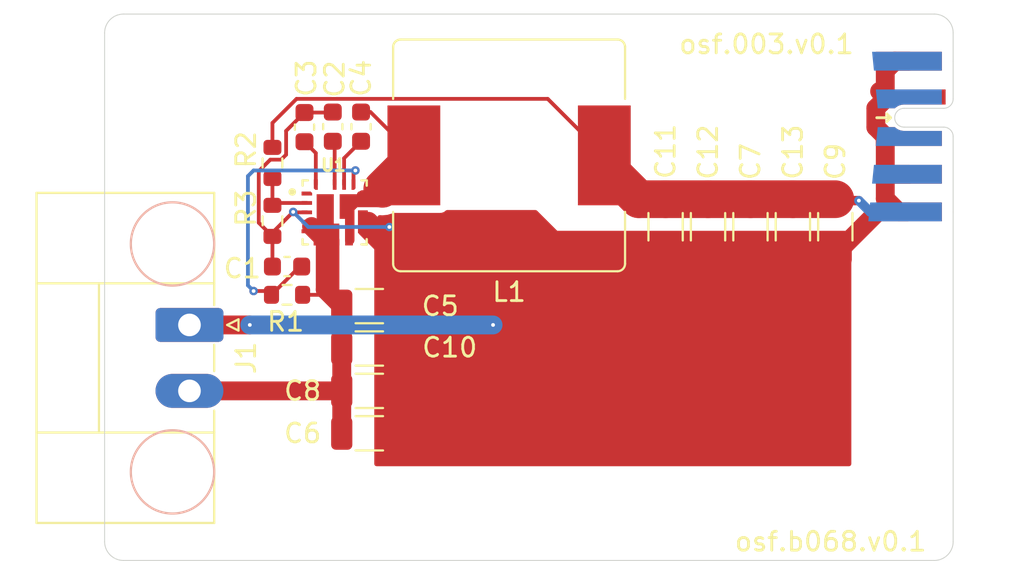
<source format=kicad_pcb>
(kicad_pcb (version 20171130) (host pcbnew "(5.1.10)-1")

  (general
    (thickness 1.6)
    (drawings 11)
    (tracks 109)
    (zones 0)
    (modules 20)
    (nets 10)
  )

  (page A4)
  (layers
    (0 F.Cu signal)
    (31 B.Cu signal)
    (32 B.Adhes user)
    (33 F.Adhes user)
    (34 B.Paste user)
    (35 F.Paste user)
    (36 B.SilkS user)
    (37 F.SilkS user)
    (38 B.Mask user)
    (39 F.Mask user)
    (40 Dwgs.User user)
    (41 Cmts.User user)
    (42 Eco1.User user)
    (43 Eco2.User user)
    (44 Edge.Cuts user)
    (45 Margin user)
    (46 B.CrtYd user)
    (47 F.CrtYd user)
    (48 B.Fab user)
    (49 F.Fab user)
  )

  (setup
    (last_trace_width 0.2)
    (user_trace_width 0.2)
    (user_trace_width 0.5)
    (user_trace_width 1)
    (user_trace_width 2)
    (trace_clearance 0.15)
    (zone_clearance 0.4)
    (zone_45_only no)
    (trace_min 0.15)
    (via_size 0.45)
    (via_drill 0.2)
    (via_min_size 0.45)
    (via_min_drill 0.2)
    (uvia_size 0.3)
    (uvia_drill 0.1)
    (uvias_allowed no)
    (uvia_min_size 0.2)
    (uvia_min_drill 0.1)
    (edge_width 0.05)
    (segment_width 0.2)
    (pcb_text_width 0.3)
    (pcb_text_size 1.5 1.5)
    (mod_edge_width 0.12)
    (mod_text_size 1 1)
    (mod_text_width 0.15)
    (pad_size 1.524 1.524)
    (pad_drill 0.762)
    (pad_to_mask_clearance 0.04)
    (solder_mask_min_width 0.1)
    (aux_axis_origin 0 0)
    (visible_elements 7FFFFFFF)
    (pcbplotparams
      (layerselection 0x010fc_ffffffff)
      (usegerberextensions false)
      (usegerberattributes false)
      (usegerberadvancedattributes false)
      (creategerberjobfile false)
      (excludeedgelayer true)
      (linewidth 0.100000)
      (plotframeref false)
      (viasonmask false)
      (mode 1)
      (useauxorigin false)
      (hpglpennumber 1)
      (hpglpenspeed 20)
      (hpglpendiameter 15.000000)
      (psnegative false)
      (psa4output false)
      (plotreference true)
      (plotvalue true)
      (plotinvisibletext false)
      (padsonsilk false)
      (subtractmaskfromsilk false)
      (outputformat 1)
      (mirror false)
      (drillshape 0)
      (scaleselection 1)
      (outputdirectory "gerber"))
  )

  (net 0 "")
  (net 1 "Net-(C1-Pad1)")
  (net 2 "Net-(C2-Pad1)")
  (net 3 "Net-(C3-Pad1)")
  (net 4 "Net-(C4-Pad2)")
  (net 5 "Net-(C4-Pad1)")
  (net 6 /DCDC/IN)
  (net 7 /DCDC/5V)
  (net 8 GND)
  (net 9 "Net-(R2-Pad2)")

  (net_class Default "This is the default net class."
    (clearance 0.15)
    (trace_width 0.15)
    (via_dia 0.45)
    (via_drill 0.2)
    (uvia_dia 0.3)
    (uvia_drill 0.1)
    (add_net /DCDC/5V)
    (add_net /DCDC/IN)
    (add_net GND)
    (add_net "Net-(C1-Pad1)")
    (add_net "Net-(C2-Pad1)")
    (add_net "Net-(C3-Pad1)")
    (add_net "Net-(C4-Pad1)")
    (add_net "Net-(C4-Pad2)")
    (add_net "Net-(R2-Pad2)")
  )

  (module Connector_Phoenix_MC:PhoenixContact_MC_1,5_2-GF-3.5_1x02_P3.50mm_Horizontal_ThreadedFlange_MountHole (layer F.Cu) (tedit 5B784ED0) (tstamp 61966EDB)
    (at 81.5 90.5 270)
    (descr "Generic Phoenix Contact connector footprint for: MC_1,5/2-GF-3.5; number of pins: 02; pin pitch: 3.50mm; Angled; threaded flange; footprint includes mount hole for mounting screw: ISO 1481-ST 2.2x4.5 C or ISO 7049-ST 2.2x4.5 C (http://www.fasteners.eu/standards/ISO/7049/) || order number: 1843790 8A 160V")
    (tags "phoenix_contact connector MC_01x02_GF_3.5mm_MH")
    (path /6195775F)
    (fp_text reference J1 (at 1.75 -3 90) (layer F.SilkS)
      (effects (font (size 1 1) (thickness 0.15)))
    )
    (fp_text value Screw_Terminal_01x02 (at 1.75 9.2 90) (layer F.Fab)
      (effects (font (size 1 1) (thickness 0.15)))
    )
    (fp_text user %R (at 1.75 -0.5 90) (layer F.Fab)
      (effects (font (size 1 1) (thickness 0.15)))
    )
    (fp_circle (center -4.3 0.9) (end -2.09 0.9) (layer B.SilkS) (width 0.12))
    (fp_circle (center 7.8 0.9) (end 10.01 0.9) (layer B.SilkS) (width 0.12))
    (fp_circle (center 7.8 0.9) (end 9.9 0.9) (layer B.Fab) (width 0.1))
    (fp_circle (center -4.3 0.9) (end -2.2 0.9) (layer B.Fab) (width 0.1))
    (fp_circle (center 7.8 0.9) (end 10.4 0.9) (layer B.CrtYd) (width 0.05))
    (fp_circle (center -4.3 0.9) (end -1.7 0.9) (layer B.CrtYd) (width 0.05))
    (fp_line (start -7.01 -1.31) (end -7.01 8.11) (layer F.SilkS) (width 0.12))
    (fp_line (start -7.01 8.11) (end 10.51 8.11) (layer F.SilkS) (width 0.12))
    (fp_line (start 10.51 8.11) (end 10.51 -1.31) (layer F.SilkS) (width 0.12))
    (fp_line (start -7.01 -1.31) (end -1.05 -1.31) (layer F.SilkS) (width 0.12))
    (fp_line (start 10.51 -1.31) (end 4.55 -1.31) (layer F.SilkS) (width 0.12))
    (fp_line (start 1.05 -1.31) (end 2.45 -1.31) (layer F.SilkS) (width 0.12))
    (fp_line (start -6.9 -1.2) (end -6.9 8) (layer F.Fab) (width 0.1))
    (fp_line (start -6.9 8) (end 10.4 8) (layer F.Fab) (width 0.1))
    (fp_line (start 10.4 8) (end 10.4 -1.2) (layer F.Fab) (width 0.1))
    (fp_line (start 10.4 -1.2) (end -6.9 -1.2) (layer F.Fab) (width 0.1))
    (fp_line (start -2.21 4.8) (end 5.71 4.8) (layer F.SilkS) (width 0.12))
    (fp_line (start -2.21 -1.31) (end -2.21 8.11) (layer F.SilkS) (width 0.12))
    (fp_line (start 5.71 -1.31) (end 5.71 8.11) (layer F.SilkS) (width 0.12))
    (fp_line (start -7.51 -2.3) (end -7.51 8.5) (layer F.CrtYd) (width 0.05))
    (fp_line (start -7.51 8.5) (end 10.9 8.5) (layer F.CrtYd) (width 0.05))
    (fp_line (start 10.9 8.5) (end 10.9 -2.3) (layer F.CrtYd) (width 0.05))
    (fp_line (start 10.9 -2.3) (end -7.51 -2.3) (layer F.CrtYd) (width 0.05))
    (fp_line (start 0.3 -2.6) (end 0 -2) (layer F.SilkS) (width 0.12))
    (fp_line (start 0 -2) (end -0.3 -2.6) (layer F.SilkS) (width 0.12))
    (fp_line (start -0.3 -2.6) (end 0.3 -2.6) (layer F.SilkS) (width 0.12))
    (fp_line (start 0.8 -1.2) (end 0 0) (layer F.Fab) (width 0.1))
    (fp_line (start 0 0) (end -0.8 -1.2) (layer F.Fab) (width 0.1))
    (pad "" np_thru_hole circle (at 7.8 0.9 270) (size 2.4 2.4) (drill 2.4) (layers *.Cu *.Mask))
    (pad "" np_thru_hole circle (at -4.3 0.9 270) (size 2.4 2.4) (drill 2.4) (layers *.Cu *.Mask))
    (pad 2 thru_hole oval (at 3.5 0 270) (size 1.8 3.6) (drill 1.2) (layers *.Cu *.Mask)
      (net 6 /DCDC/IN))
    (pad 1 thru_hole roundrect (at 0 0 270) (size 1.8 3.6) (drill 1.2) (layers *.Cu *.Mask) (roundrect_rratio 0.138889)
      (net 8 GND))
    (model ${KISYS3DMOD}/Connector_Phoenix_MC.3dshapes/PhoenixContact_MC_1,5_2-GF-3.5_1x02_P3.50mm_Horizontal_ThreadedFlange_MountHole.wrl
      (at (xyz 0 0 0))
      (scale (xyz 1 1 1))
      (rotate (xyz 0 0 0))
    )
  )

  (module board:IC_AOZ2153EQI-30 (layer F.Cu) (tedit 61951B1F) (tstamp 61966F91)
    (at 89.2 84.525)
    (path /61955404/6195AE1A)
    (fp_text reference U1 (at -0.068 -2.5064) (layer F.SilkS)
      (effects (font (size 0.64 0.64) (thickness 0.15)))
    )
    (fp_text value AOZ2152EQI-28 (at 4.4024 2.4936) (layer F.Fab)
      (effects (font (size 0.64 0.64) (thickness 0.15)))
    )
    (fp_line (start -1.5 -1.5) (end 1.5 -1.5) (layer F.Fab) (width 0.127))
    (fp_line (start 1.5 -1.5) (end 1.5 1.5) (layer F.Fab) (width 0.127))
    (fp_line (start 1.5 1.5) (end -1.5 1.5) (layer F.Fab) (width 0.127))
    (fp_line (start -1.5 1.5) (end -1.5 -1.5) (layer F.Fab) (width 0.127))
    (fp_line (start -1.7 -1.42) (end -1.7 -1.7) (layer F.SilkS) (width 0.127))
    (fp_line (start -1.7 -1.7) (end -1.42 -1.7) (layer F.SilkS) (width 0.127))
    (fp_line (start 1.7 -1.42) (end 1.7 -1.7) (layer F.SilkS) (width 0.127))
    (fp_line (start 1.7 -1.7) (end 1.42 -1.7) (layer F.SilkS) (width 0.127))
    (fp_line (start -1.7 1.42) (end -1.7 1.7) (layer F.SilkS) (width 0.127))
    (fp_line (start -1.7 1.7) (end -1.42 1.7) (layer F.SilkS) (width 0.127))
    (fp_line (start 1.42 1.7) (end 1.7 1.7) (layer F.SilkS) (width 0.127))
    (fp_line (start 1.7 1.7) (end 1.7 1.42) (layer F.SilkS) (width 0.127))
    (fp_line (start -2 -2) (end -2 2) (layer F.CrtYd) (width 0.05))
    (fp_line (start -2 2) (end 2 2) (layer F.CrtYd) (width 0.05))
    (fp_line (start 2 2) (end 2 -2) (layer F.CrtYd) (width 0.05))
    (fp_line (start 2 -2) (end -2 -2) (layer F.CrtYd) (width 0.05))
    (fp_circle (center -2.25 -1.085) (end -2.15 -1.085) (layer F.SilkS) (width 0.2))
    (fp_poly (pts (xy 0.05 -1.06) (xy -1.05 -1.06) (xy -1.05 0.3) (xy -1.85 0.3)
      (xy -1.85 0.7) (xy -1.21 0.7) (xy -1.21 0.8) (xy -1.85 0.8)
      (xy -1.85 1.2) (xy -1.21 1.2) (xy -1.21 1.85) (xy 0.34 1.85)
      (xy 0.34 0.5) (xy 0.05 0.5)) (layer F.Mask) (width 0.01))
    (fp_poly (pts (xy 0.46 1.85) (xy 0.46 0.44) (xy 0.17 0.44) (xy 0.17 -1.06)
      (xy 1.1 -1.06) (xy 1.85 -1.06) (xy 1.85 -0.3) (xy 1.06 -0.3)
      (xy 1.06 1.85)) (layer F.Mask) (width 0.01))
    (fp_poly (pts (xy 1.14 -0.2) (xy 1.85 -0.2) (xy 1.85 1.2) (xy 1.14 1.2)) (layer F.Mask) (width 0.01))
    (fp_poly (pts (xy -0.753 -0.763) (xy -0.247 -0.763) (xy -0.247 0.203) (xy -0.753 0.203)) (layer F.Paste) (width 0.01))
    (fp_poly (pts (xy -0.965 0.729) (xy 0.095 0.729) (xy 0.095 1.071) (xy -0.965 1.071)) (layer F.Paste) (width 0.01))
    (fp_poly (pts (xy 0.657 0.437) (xy 0.863 0.437) (xy 0.863 1.103) (xy 0.657 1.103)) (layer F.Paste) (width 0.01))
    (fp_poly (pts (xy 0.43 -0.8) (xy 0.43 0.18) (xy 0.8 0.18) (xy 0.8 -0.8)
      (xy 0.6 -0.8)) (layer F.Paste) (width 0.01))
    (fp_circle (center -2.25 -1.085) (end -2.15 -1.085) (layer F.Fab) (width 0.2))
    (fp_poly (pts (xy 1.2 -0.9) (xy 1.75 -0.9) (xy 1.75 -1.1) (xy 1.275 -1.1)
      (xy 1.2 -1.025)) (layer F.Paste) (width 0.01))
    (fp_poly (pts (xy -1.75 -1.1) (xy -1.75 -0.9) (xy -1.2 -0.9) (xy -1.2 -1.025)
      (xy -1.275 -1.1)) (layer F.Paste) (width 0.01))
    (fp_poly (pts (xy -1.1 -1.75) (xy -0.9 -1.75) (xy -0.9 -1.2) (xy -1.025 -1.2)
      (xy -1.1 -1.275)) (layer F.Paste) (width 0.01))
    (fp_poly (pts (xy 0.9 -1.75) (xy 1.1 -1.75) (xy 1.1 -1.275) (xy 1.025 -1.2)
      (xy 0.9 -1.2)) (layer F.Paste) (width 0.01))
    (fp_poly (pts (xy -1.85 -1.2) (xy -1.85 -0.8) (xy -1.1 -0.8) (xy -1.1 -1.075)
      (xy -1.225 -1.2)) (layer F.Mask) (width 0.01))
    (fp_poly (pts (xy -1.2 -1.85) (xy -0.8 -1.85) (xy -0.8 -1.1) (xy -1.05 -1.1)
      (xy -1.2 -1.25)) (layer F.Mask) (width 0.01))
    (fp_poly (pts (xy 0.8 -1.85) (xy 1.2 -1.85) (xy 1.2 -1.225) (xy 1.075 -1.1)
      (xy 0.8 -1.1)) (layer F.Mask) (width 0.01))
    (fp_poly (pts (xy 1.85 -1.075) (xy 1.85 -1.2) (xy 1.225 -1.2) (xy 1.1 -1.075)
      (xy 1.1 -0.9) (xy 1.85 -0.9)) (layer F.Mask) (width 0.01))
    (pad 15 smd custom (at 1 -1.475) (size 0.2 0.2) (layers F.Cu)
      (net 1 "Net-(C1-Pad1)") (zone_connect 0)
      (options (clearance outline) (anchor rect))
      (primitives
        (gr_poly (pts
           (xy -0.1 -0.275) (xy 0.1 -0.275) (xy 0.1 0.2) (xy 0.025 0.275) (xy -0.1 0.275)
) (width 0.01))
      ))
    (pad 16 smd rect (at 0.5 -1.475) (size 0.2 0.55) (layers F.Cu F.Paste F.Mask)
      (net 5 "Net-(C4-Pad1)"))
    (pad 17 smd rect (at 0 -1.475) (size 0.2 0.55) (layers F.Cu F.Paste F.Mask)
      (net 2 "Net-(C2-Pad1)"))
    (pad 18 smd custom (at -1 -1.475) (size 0.2 0.2) (layers F.Cu)
      (net 3 "Net-(C3-Pad1)") (zone_connect 0)
      (options (clearance outline) (anchor rect))
      (primitives
        (gr_poly (pts
           (xy -0.1 -0.275) (xy 0.1 -0.275) (xy 0.1 0.275) (xy -0.025 0.275) (xy -0.1 0.2)
) (width 0.01))
      ))
    (pad 14 smd custom (at 1.475 -1) (size 0.2 0.2) (layers F.Cu)
      (net 4 "Net-(C4-Pad2)") (zone_connect 0)
      (options (clearance outline) (anchor rect))
      (primitives
        (gr_poly (pts
           (xy 0.275 0.04) (xy 0.275 -0.1) (xy -0.2 -0.1) (xy -0.275 -0.025) (xy -0.275 0.04)
) (width 0.01))
      ))
    (pad 13 smd rect (at 1.475 -0.5) (size 0.55 0.2) (layers F.Cu F.Paste)
      (net 4 "Net-(C4-Pad2)"))
    (pad 12 smd rect (at 1.495 0) (size 0.51 0.2) (layers F.Cu F.Paste)
      (net 8 GND))
    (pad 11 smd rect (at 1.495 0.5) (size 0.51 0.2) (layers F.Cu F.Paste)
      (net 8 GND))
    (pad 10 smd custom (at 1.495 1) (size 0.51 0.2) (layers F.Cu F.Paste)
      (net 8 GND) (zone_connect 0)
      (options (clearance outline) (anchor rect))
      (primitives
        (gr_poly (pts
           (xy -0.255 -1.1) (xy 0.255 -1.1) (xy 0.255 0.1) (xy -0.255 0.1)) (width 0.01))
      ))
    (pad 9 smd custom (at 0.8 1.475) (size 0.2 0.55) (layers F.Cu F.Paste)
      (net 4 "Net-(C4-Pad2)") (zone_connect 0)
      (options (clearance outline) (anchor rect))
      (primitives
        (gr_poly (pts
           (xy -0.24 0.275) (xy -0.24 -1.135) (xy -0.53 -1.135) (xy -0.53 -2.435) (xy 0.4 -2.435)
           (xy 0.95 -2.435) (xy 0.95 -1.875) (xy 0.16 -1.875) (xy 0.16 0.275)) (width 0.01))
      ))
    (pad 8 smd rect (at 0 1.475) (size 0.2 0.55) (layers F.Cu F.Paste)
      (net 6 /DCDC/IN))
    (pad 7 smd rect (at -0.5 1.475) (size 0.2 0.55) (layers F.Cu F.Paste)
      (net 6 /DCDC/IN))
    (pad 6 smd rect (at -1 1.475) (size 0.2 0.55) (layers F.Cu F.Paste)
      (net 6 /DCDC/IN))
    (pad 5 smd rect (at -1.475 1) (size 0.55 0.2) (layers F.Cu F.Paste)
      (net 6 /DCDC/IN))
    (pad 4 smd custom (at -1.475 0.5) (size 0.55 0.2) (layers F.Cu F.Paste)
      (net 6 /DCDC/IN) (zone_connect 0)
      (options (clearance outline) (anchor rect))
      (primitives
        (gr_poly (pts
           (xy 1.425 -1.46) (xy 0.525 -1.46) (xy 0.525 -0.1) (xy -0.275 -0.1) (xy -0.275 0.1)
           (xy 0.365 0.1) (xy 0.365 0.4) (xy -0.275 0.4) (xy -0.275 0.6) (xy 0.365 0.6)
           (xy 0.365 1.25) (xy 1.715 1.25) (xy 1.715 0.1) (xy 1.425 0.1)) (width 0.01))
      ))
    (pad 3 smd rect (at -1.475 0) (size 0.55 0.2) (layers F.Cu F.Paste F.Mask)
      (net 8 GND))
    (pad 2 smd rect (at -1.475 -0.5) (size 0.55 0.2) (layers F.Cu F.Paste F.Mask)
      (net 9 "Net-(R2-Pad2)"))
    (pad 1 smd custom (at -1.475 -1) (size 0.2 0.2) (layers F.Cu)
      (zone_connect 0)
      (options (clearance outline) (anchor rect))
      (primitives
        (gr_poly (pts
           (xy -0.275 -0.1) (xy -0.275 0.1) (xy 0.275 0.1) (xy 0.275 -0.025) (xy 0.2 -0.1)
) (width 0.01))
      ))
  )

  (module Resistor_SMD:R_0603_1608Metric (layer F.Cu) (tedit 5F68FEEE) (tstamp 61966F5A)
    (at 85.9 84.975 270)
    (descr "Resistor SMD 0603 (1608 Metric), square (rectangular) end terminal, IPC_7351 nominal, (Body size source: IPC-SM-782 page 72, https://www.pcb-3d.com/wordpress/wp-content/uploads/ipc-sm-782a_amendment_1_and_2.pdf), generated with kicad-footprint-generator")
    (tags resistor)
    (path /61955404/61962967)
    (attr smd)
    (fp_text reference R3 (at -0.675 1.4 90) (layer F.SilkS)
      (effects (font (size 1 1) (thickness 0.15)))
    )
    (fp_text value 10k (at 0 1.43 90) (layer F.Fab)
      (effects (font (size 1 1) (thickness 0.15)))
    )
    (fp_text user %R (at 0 0 90) (layer F.Fab)
      (effects (font (size 0.4 0.4) (thickness 0.06)))
    )
    (fp_line (start -0.8 0.4125) (end -0.8 -0.4125) (layer F.Fab) (width 0.1))
    (fp_line (start -0.8 -0.4125) (end 0.8 -0.4125) (layer F.Fab) (width 0.1))
    (fp_line (start 0.8 -0.4125) (end 0.8 0.4125) (layer F.Fab) (width 0.1))
    (fp_line (start 0.8 0.4125) (end -0.8 0.4125) (layer F.Fab) (width 0.1))
    (fp_line (start -0.237258 -0.5225) (end 0.237258 -0.5225) (layer F.SilkS) (width 0.12))
    (fp_line (start -0.237258 0.5225) (end 0.237258 0.5225) (layer F.SilkS) (width 0.12))
    (fp_line (start -1.48 0.73) (end -1.48 -0.73) (layer F.CrtYd) (width 0.05))
    (fp_line (start -1.48 -0.73) (end 1.48 -0.73) (layer F.CrtYd) (width 0.05))
    (fp_line (start 1.48 -0.73) (end 1.48 0.73) (layer F.CrtYd) (width 0.05))
    (fp_line (start 1.48 0.73) (end -1.48 0.73) (layer F.CrtYd) (width 0.05))
    (pad 2 smd roundrect (at 0.825 0 270) (size 0.8 0.95) (layers F.Cu F.Paste F.Mask) (roundrect_rratio 0.25)
      (net 8 GND))
    (pad 1 smd roundrect (at -0.825 0 270) (size 0.8 0.95) (layers F.Cu F.Paste F.Mask) (roundrect_rratio 0.25)
      (net 9 "Net-(R2-Pad2)"))
    (model ${KISYS3DMOD}/Resistor_SMD.3dshapes/R_0603_1608Metric.wrl
      (at (xyz 0 0 0))
      (scale (xyz 1 1 1))
      (rotate (xyz 0 0 0))
    )
  )

  (module Resistor_SMD:R_0603_1608Metric (layer F.Cu) (tedit 5F68FEEE) (tstamp 61966F49)
    (at 85.9 81.9 270)
    (descr "Resistor SMD 0603 (1608 Metric), square (rectangular) end terminal, IPC_7351 nominal, (Body size source: IPC-SM-782 page 72, https://www.pcb-3d.com/wordpress/wp-content/uploads/ipc-sm-782a_amendment_1_and_2.pdf), generated with kicad-footprint-generator")
    (tags resistor)
    (path /61955404/61962410)
    (attr smd)
    (fp_text reference R2 (at -0.7 1.4 90) (layer F.SilkS)
      (effects (font (size 1 1) (thickness 0.15)))
    )
    (fp_text value 52.3k (at 0 1.43 90) (layer F.Fab)
      (effects (font (size 1 1) (thickness 0.15)))
    )
    (fp_text user %R (at 0 0 90) (layer F.Fab)
      (effects (font (size 0.4 0.4) (thickness 0.06)))
    )
    (fp_line (start -0.8 0.4125) (end -0.8 -0.4125) (layer F.Fab) (width 0.1))
    (fp_line (start -0.8 -0.4125) (end 0.8 -0.4125) (layer F.Fab) (width 0.1))
    (fp_line (start 0.8 -0.4125) (end 0.8 0.4125) (layer F.Fab) (width 0.1))
    (fp_line (start 0.8 0.4125) (end -0.8 0.4125) (layer F.Fab) (width 0.1))
    (fp_line (start -0.237258 -0.5225) (end 0.237258 -0.5225) (layer F.SilkS) (width 0.12))
    (fp_line (start -0.237258 0.5225) (end 0.237258 0.5225) (layer F.SilkS) (width 0.12))
    (fp_line (start -1.48 0.73) (end -1.48 -0.73) (layer F.CrtYd) (width 0.05))
    (fp_line (start -1.48 -0.73) (end 1.48 -0.73) (layer F.CrtYd) (width 0.05))
    (fp_line (start 1.48 -0.73) (end 1.48 0.73) (layer F.CrtYd) (width 0.05))
    (fp_line (start 1.48 0.73) (end -1.48 0.73) (layer F.CrtYd) (width 0.05))
    (pad 2 smd roundrect (at 0.825 0 270) (size 0.8 0.95) (layers F.Cu F.Paste F.Mask) (roundrect_rratio 0.25)
      (net 9 "Net-(R2-Pad2)"))
    (pad 1 smd roundrect (at -0.825 0 270) (size 0.8 0.95) (layers F.Cu F.Paste F.Mask) (roundrect_rratio 0.25)
      (net 7 /DCDC/5V))
    (model ${KISYS3DMOD}/Resistor_SMD.3dshapes/R_0603_1608Metric.wrl
      (at (xyz 0 0 0))
      (scale (xyz 1 1 1))
      (rotate (xyz 0 0 0))
    )
  )

  (module Resistor_SMD:R_0603_1608Metric (layer F.Cu) (tedit 5F68FEEE) (tstamp 61966F38)
    (at 86.675 88.9 180)
    (descr "Resistor SMD 0603 (1608 Metric), square (rectangular) end terminal, IPC_7351 nominal, (Body size source: IPC-SM-782 page 72, https://www.pcb-3d.com/wordpress/wp-content/uploads/ipc-sm-782a_amendment_1_and_2.pdf), generated with kicad-footprint-generator")
    (tags resistor)
    (path /61955404/6195D4C8)
    (attr smd)
    (fp_text reference R1 (at 0.075 -1.43) (layer F.SilkS)
      (effects (font (size 1 1) (thickness 0.15)))
    )
    (fp_text value 500k (at 0 1.43) (layer F.Fab)
      (effects (font (size 1 1) (thickness 0.15)))
    )
    (fp_text user %R (at 0 0) (layer F.Fab)
      (effects (font (size 0.4 0.4) (thickness 0.06)))
    )
    (fp_line (start -0.8 0.4125) (end -0.8 -0.4125) (layer F.Fab) (width 0.1))
    (fp_line (start -0.8 -0.4125) (end 0.8 -0.4125) (layer F.Fab) (width 0.1))
    (fp_line (start 0.8 -0.4125) (end 0.8 0.4125) (layer F.Fab) (width 0.1))
    (fp_line (start 0.8 0.4125) (end -0.8 0.4125) (layer F.Fab) (width 0.1))
    (fp_line (start -0.237258 -0.5225) (end 0.237258 -0.5225) (layer F.SilkS) (width 0.12))
    (fp_line (start -0.237258 0.5225) (end 0.237258 0.5225) (layer F.SilkS) (width 0.12))
    (fp_line (start -1.48 0.73) (end -1.48 -0.73) (layer F.CrtYd) (width 0.05))
    (fp_line (start -1.48 -0.73) (end 1.48 -0.73) (layer F.CrtYd) (width 0.05))
    (fp_line (start 1.48 -0.73) (end 1.48 0.73) (layer F.CrtYd) (width 0.05))
    (fp_line (start 1.48 0.73) (end -1.48 0.73) (layer F.CrtYd) (width 0.05))
    (pad 2 smd roundrect (at 0.825 0 180) (size 0.8 0.95) (layers F.Cu F.Paste F.Mask) (roundrect_rratio 0.25)
      (net 1 "Net-(C1-Pad1)"))
    (pad 1 smd roundrect (at -0.825 0 180) (size 0.8 0.95) (layers F.Cu F.Paste F.Mask) (roundrect_rratio 0.25)
      (net 6 /DCDC/IN))
    (model ${KISYS3DMOD}/Resistor_SMD.3dshapes/R_0603_1608Metric.wrl
      (at (xyz 0 0 0))
      (scale (xyz 1 1 1))
      (rotate (xyz 0 0 0))
    )
  )

  (module Inductor_SMD:L_Bourns_SRR1210A (layer F.Cu) (tedit 5B853E9E) (tstamp 61966F27)
    (at 98.45 81.5 180)
    (descr "Bourns SRR1210A series SMD inductor https://www.bourns.com/docs/Product-Datasheets/SRR1210A.pdf")
    (tags "Bourns SRR1210A SMD inductor")
    (path /61955404/6196166C)
    (attr smd)
    (fp_text reference L1 (at 0 -7.25) (layer F.SilkS)
      (effects (font (size 1 1) (thickness 0.15)))
    )
    (fp_text value 2.2uH (at 0 7.4) (layer F.Fab)
      (effects (font (size 1 1) (thickness 0.15)))
    )
    (fp_arc (start 5.75 -5.75) (end 6.25 -5.75) (angle -90) (layer F.CrtYd) (width 0.05))
    (fp_arc (start 5.75 5.75) (end 5.75 6.25) (angle -90) (layer F.CrtYd) (width 0.05))
    (fp_arc (start -5.75 5.75) (end -6.25 5.75) (angle -90) (layer F.CrtYd) (width 0.05))
    (fp_arc (start -5.75 -5.75) (end -5.75 -6.25) (angle -90) (layer F.CrtYd) (width 0.05))
    (fp_arc (start 5.75 -5.75) (end 6.15 -5.75) (angle -90) (layer F.SilkS) (width 0.12))
    (fp_arc (start 5.75 5.75) (end 5.75 6.15) (angle -90) (layer F.SilkS) (width 0.12))
    (fp_arc (start -5.75 5.75) (end -6.15 5.75) (angle -90) (layer F.SilkS) (width 0.12))
    (fp_arc (start -5.75 -5.75) (end -5.75 -6.15) (angle -90) (layer F.SilkS) (width 0.12))
    (fp_arc (start -5.75 5.75) (end -6 5.75) (angle -90) (layer F.Fab) (width 0.1))
    (fp_arc (start 5.75 5.75) (end 5.75 6) (angle -90) (layer F.Fab) (width 0.1))
    (fp_arc (start 5.75 -5.75) (end 6 -5.75) (angle -90) (layer F.Fab) (width 0.1))
    (fp_arc (start -5.75 -5.75) (end -5.75 -6) (angle -90) (layer F.Fab) (width 0.1))
    (fp_text user %R (at 0 0) (layer F.Fab)
      (effects (font (size 1 1) (thickness 0.15)))
    )
    (fp_circle (center 0 0) (end 0 -5.6) (layer F.Fab) (width 0.1))
    (fp_line (start -5.75 -6) (end 5.75 -6) (layer F.Fab) (width 0.1))
    (fp_line (start -4 2) (end -4 -2) (layer F.Fab) (width 0.1))
    (fp_line (start -6 -5.75) (end -6 5.75) (layer F.Fab) (width 0.1))
    (fp_line (start 5.75 6) (end -5.75 6) (layer F.Fab) (width 0.1))
    (fp_line (start 6 -5.75) (end 6 5.75) (layer F.Fab) (width 0.1))
    (fp_line (start 4 -2) (end 4 2) (layer F.Fab) (width 0.1))
    (fp_line (start -5.75 -6.15) (end 5.75 -6.15) (layer F.SilkS) (width 0.12))
    (fp_line (start -6.15 -5.75) (end -6.15 -3) (layer F.SilkS) (width 0.12))
    (fp_line (start 5.75 6.15) (end -5.75 6.15) (layer F.SilkS) (width 0.12))
    (fp_line (start 6.15 -5.75) (end 6.15 -3) (layer F.SilkS) (width 0.12))
    (fp_line (start -5.75 -6.25) (end 5.75 -6.25) (layer F.CrtYd) (width 0.05))
    (fp_line (start -6.25 5.75) (end -6.25 2.9) (layer F.CrtYd) (width 0.05))
    (fp_line (start 5.75 6.25) (end -5.75 6.25) (layer F.CrtYd) (width 0.05))
    (fp_line (start 6.25 2.9) (end 6.25 5.75) (layer F.CrtYd) (width 0.05))
    (fp_line (start -6.15 3) (end -6.15 5.75) (layer F.SilkS) (width 0.12))
    (fp_line (start 6.15 3) (end 6.15 5.75) (layer F.SilkS) (width 0.12))
    (fp_line (start 6.7 -2.9) (end 6.25 -2.9) (layer F.CrtYd) (width 0.05))
    (fp_line (start 6.7 -2.9) (end 6.7 2.9) (layer F.CrtYd) (width 0.05))
    (fp_line (start 6.7 2.9) (end 6.25 2.9) (layer F.CrtYd) (width 0.05))
    (fp_line (start 6.25 -5.75) (end 6.25 -2.9) (layer F.CrtYd) (width 0.05))
    (fp_line (start -6.7 -2.9) (end -6.25 -2.9) (layer F.CrtYd) (width 0.05))
    (fp_line (start -6.25 2.9) (end -6.7 2.9) (layer F.CrtYd) (width 0.05))
    (fp_line (start -6.7 -2.9) (end -6.7 2.9) (layer F.CrtYd) (width 0.05))
    (fp_line (start -6.25 -5.75) (end -6.25 -2.9) (layer F.CrtYd) (width 0.05))
    (pad 1 smd rect (at -5.05 0 180) (size 2.8 5.3) (layers F.Cu F.Paste F.Mask)
      (net 7 /DCDC/5V))
    (pad 2 smd rect (at 5.05 0 180) (size 2.8 5.3) (layers F.Cu F.Paste F.Mask)
      (net 4 "Net-(C4-Pad2)"))
    (model ${KISYS3DMOD}/Inductor_SMD.3dshapes/L_Bourns_SRR1210A.wrl
      (at (xyz 0 0 0))
      (scale (xyz 1 1 1))
      (rotate (xyz 0 0 0))
    )
  )

  (module on_edge:on_edge_2x05_host (layer F.Cu) (tedit 607DF692) (tstamp 61966EFB)
    (at 122 80.5 270)
    (path /619550EB)
    (attr virtual)
    (fp_text reference J2 (at 0.05 -3.2 180 unlocked) (layer F.Fab)
      (effects (font (size 0.5 0.5) (thickness 0.125)))
    )
    (fp_text value 003_power (at -1.2 -2 90) (layer F.Fab)
      (effects (font (size 1 1) (thickness 0.15)))
    )
    (fp_arc (start 0 0.5) (end 0 0) (angle -90) (layer Edge.Cuts) (width 0.05))
    (fp_arc (start -2 0.5) (end -1.5 0.5) (angle -90) (layer Edge.Cuts) (width 0.05))
    (fp_arc (start -1 2.6) (end -1.5 2.6) (angle -180) (layer Edge.Cuts) (width 0.05))
    (fp_line (start 5 -0.5) (end 5 5) (layer B.CrtYd) (width 0.05))
    (fp_line (start -5 -0.5) (end 5 -0.5) (layer B.CrtYd) (width 0.05))
    (fp_line (start -5 5) (end -5 -0.5) (layer B.CrtYd) (width 0.05))
    (fp_line (start 5 5) (end -5 5) (layer B.CrtYd) (width 0.05))
    (fp_line (start -5 -0.5) (end -5 5) (layer F.CrtYd) (width 0.05))
    (fp_line (start 5 -0.5) (end -5 -0.5) (layer F.CrtYd) (width 0.05))
    (fp_line (start 5 5) (end 5 -0.5) (layer F.CrtYd) (width 0.05))
    (fp_line (start -5 5) (end 5 5) (layer F.CrtYd) (width 0.05))
    (fp_line (start 0 0) (end 4 0) (layer Edge.Cuts) (width 0.05))
    (fp_line (start -4 0) (end -2 0) (layer Edge.Cuts) (width 0.05))
    (fp_line (start -0.5 2.6) (end -0.5 0.5) (layer Edge.Cuts) (width 0.05))
    (fp_line (start -1.5 0.5) (end -1.5 2.6) (layer Edge.Cuts) (width 0.05))
    (fp_line (start -1 3.323) (end -1.2 3.523) (layer F.SilkS) (width 0.153))
    (fp_line (start -0.8 3.523) (end -1 3.323) (layer F.SilkS) (width 0.153))
    (fp_line (start -1 4.05) (end -1 3.323) (layer F.SilkS) (width 0.153))
    (pad 2 smd custom (at -2 3.6 270) (size 1 1) (layers F.Cu F.Mask)
      (net 8 GND) (zone_connect 0)
      (options (clearance outline) (anchor rect))
      (primitives
        (gr_poly (pts
           (xy 0.3 -0.99) (xy 0.31 -0.88) (xy 0.33 -0.8) (xy 0.35 -0.74) (xy 0.37 -0.69)
           (xy 0.4 -0.64) (xy 0.44 -0.58) (xy 0.48 -0.53) (xy 0.5 -0.51) (xy 0.5 0.5)
           (xy -0.5 0.5) (xy -0.5 -3.2) (xy 0.3 -3.2)) (width 0))
      ))
    (pad 3 smd custom (at 0 3.6 270) (size 1 1) (layers F.Cu F.Mask)
      (net 8 GND) (zone_connect 0)
      (options (clearance outline) (anchor rect))
      (primitives
        (gr_poly (pts
           (xy -0.3 -0.99) (xy -0.31 -0.88) (xy -0.33 -0.8) (xy -0.35 -0.74) (xy -0.37 -0.69)
           (xy -0.4 -0.64) (xy -0.44 -0.58) (xy -0.48 -0.53) (xy -0.5 -0.51) (xy -0.5 0.5)
           (xy 0.5 0.5) (xy 0.5 -3) (xy -0.3 -3)) (width 0))
      ))
    (pad 8 smd custom (at 0 2.1 90) (size 0.4 0.4) (layers B.Cu B.Mask)
      (zone_connect 0)
      (options (clearance outline) (anchor rect))
      (primitives
        (gr_poly (pts
           (xy 0.3 -0.51) (xy 0.31 -0.62) (xy 0.33 -0.7) (xy 0.35 -0.76) (xy 0.37 -0.81)
           (xy 0.4 -0.86) (xy 0.44 -0.92) (xy 0.48 -0.97) (xy 0.5 -0.99) (xy 0.5 -1.9)
           (xy -0.5 -2) (xy -0.5 1.5) (xy 0.3 1.5)) (width 0))
      ))
    (pad 7 smd custom (at -2 2.1 90) (size 0.4 0.4) (layers B.Cu B.Mask)
      (zone_connect 0)
      (options (clearance outline) (anchor rect))
      (primitives
        (gr_poly (pts
           (xy -0.3 -0.51) (xy -0.31 -0.62) (xy -0.33 -0.7) (xy -0.35 -0.76) (xy -0.37 -0.81)
           (xy -0.4 -0.86) (xy -0.44 -0.92) (xy -0.48 -0.97) (xy -0.5 -0.99) (xy -0.5 -1.9)
           (xy 0.5 -2) (xy 0.5 1.5) (xy -0.3 1.5)) (width 0))
      ))
    (pad 4 smd rect (at 2 2.35 270) (size 1 3.5) (layers F.Cu F.Mask)
      (net 8 GND) (zone_connect 0))
    (pad 10 smd custom (at 4 2.5 90) (size 1 3.8) (layers B.Cu B.Mask)
      (net 7 /DCDC/5V) (zone_connect 0)
      (options (clearance outline) (anchor rect))
      (primitives
        (gr_poly (pts
           (xy 0.5 -1.9) (xy -0.5 -2) (xy -0.5 -1.9)) (width 0))
      ))
    (pad 9 smd custom (at 2 2.4 90) (size 1 3.6) (layers B.Cu B.Mask)
      (zone_connect 0)
      (options (clearance outline) (anchor rect))
      (primitives
        (gr_poly (pts
           (xy 0.5 -1.8) (xy -0.5 -1.9) (xy -0.5 -1.8)) (width 0))
      ))
    (pad 6 smd custom (at -4 2.4 90) (size 1 3.6) (layers B.Cu B.Mask)
      (zone_connect 0)
      (options (clearance outline) (anchor rect))
      (primitives
        (gr_poly (pts
           (xy 0.5 -1.8) (xy 0.5 -1.9) (xy -0.5 -1.8)) (width 0))
      ))
    (pad 5 smd rect (at 4 2.35 270) (size 1 3.5) (layers F.Cu F.Mask)
      (net 8 GND) (zone_connect 0))
    (pad 1 smd rect (at -4 2.35 270) (size 1 3.5) (layers F.Cu F.Mask)
      (net 8 GND) (zone_connect 0))
  )

  (module Resistor_SMD:R_1206_3216Metric (layer F.Cu) (tedit 5F68FEEE) (tstamp 61966EB7)
    (at 113.5 85.2875 270)
    (descr "Resistor SMD 1206 (3216 Metric), square (rectangular) end terminal, IPC_7351 nominal, (Body size source: IPC-SM-782 page 72, https://www.pcb-3d.com/wordpress/wp-content/uploads/ipc-sm-782a_amendment_1_and_2.pdf), generated with kicad-footprint-generator")
    (tags resistor)
    (path /61955404/61966E66)
    (attr smd)
    (fp_text reference C13 (at -3.9625 0 90) (layer F.SilkS)
      (effects (font (size 1 1) (thickness 0.15)))
    )
    (fp_text value 22uF (at 0 1.82 90) (layer F.Fab)
      (effects (font (size 1 1) (thickness 0.15)))
    )
    (fp_text user %R (at 0 0 90) (layer F.Fab)
      (effects (font (size 0.8 0.8) (thickness 0.12)))
    )
    (fp_line (start -1.6 0.8) (end -1.6 -0.8) (layer F.Fab) (width 0.1))
    (fp_line (start -1.6 -0.8) (end 1.6 -0.8) (layer F.Fab) (width 0.1))
    (fp_line (start 1.6 -0.8) (end 1.6 0.8) (layer F.Fab) (width 0.1))
    (fp_line (start 1.6 0.8) (end -1.6 0.8) (layer F.Fab) (width 0.1))
    (fp_line (start -0.727064 -0.91) (end 0.727064 -0.91) (layer F.SilkS) (width 0.12))
    (fp_line (start -0.727064 0.91) (end 0.727064 0.91) (layer F.SilkS) (width 0.12))
    (fp_line (start -2.28 1.12) (end -2.28 -1.12) (layer F.CrtYd) (width 0.05))
    (fp_line (start -2.28 -1.12) (end 2.28 -1.12) (layer F.CrtYd) (width 0.05))
    (fp_line (start 2.28 -1.12) (end 2.28 1.12) (layer F.CrtYd) (width 0.05))
    (fp_line (start 2.28 1.12) (end -2.28 1.12) (layer F.CrtYd) (width 0.05))
    (pad 2 smd roundrect (at 1.4625 0 270) (size 1.125 1.75) (layers F.Cu F.Paste F.Mask) (roundrect_rratio 0.222222)
      (net 8 GND))
    (pad 1 smd roundrect (at -1.4625 0 270) (size 1.125 1.75) (layers F.Cu F.Paste F.Mask) (roundrect_rratio 0.222222)
      (net 7 /DCDC/5V))
    (model ${KISYS3DMOD}/Resistor_SMD.3dshapes/R_1206_3216Metric.wrl
      (at (xyz 0 0 0))
      (scale (xyz 1 1 1))
      (rotate (xyz 0 0 0))
    )
  )

  (module Resistor_SMD:R_1206_3216Metric (layer F.Cu) (tedit 5F68FEEE) (tstamp 61967D1C)
    (at 109 85.2875 270)
    (descr "Resistor SMD 1206 (3216 Metric), square (rectangular) end terminal, IPC_7351 nominal, (Body size source: IPC-SM-782 page 72, https://www.pcb-3d.com/wordpress/wp-content/uploads/ipc-sm-782a_amendment_1_and_2.pdf), generated with kicad-footprint-generator")
    (tags resistor)
    (path /61955404/61966B84)
    (attr smd)
    (fp_text reference C12 (at -3.9625 0 90) (layer F.SilkS)
      (effects (font (size 1 1) (thickness 0.15)))
    )
    (fp_text value 22uF (at 0 1.82 90) (layer F.Fab)
      (effects (font (size 1 1) (thickness 0.15)))
    )
    (fp_text user %R (at 0 0 90) (layer F.Fab)
      (effects (font (size 0.8 0.8) (thickness 0.12)))
    )
    (fp_line (start -1.6 0.8) (end -1.6 -0.8) (layer F.Fab) (width 0.1))
    (fp_line (start -1.6 -0.8) (end 1.6 -0.8) (layer F.Fab) (width 0.1))
    (fp_line (start 1.6 -0.8) (end 1.6 0.8) (layer F.Fab) (width 0.1))
    (fp_line (start 1.6 0.8) (end -1.6 0.8) (layer F.Fab) (width 0.1))
    (fp_line (start -0.727064 -0.91) (end 0.727064 -0.91) (layer F.SilkS) (width 0.12))
    (fp_line (start -0.727064 0.91) (end 0.727064 0.91) (layer F.SilkS) (width 0.12))
    (fp_line (start -2.28 1.12) (end -2.28 -1.12) (layer F.CrtYd) (width 0.05))
    (fp_line (start -2.28 -1.12) (end 2.28 -1.12) (layer F.CrtYd) (width 0.05))
    (fp_line (start 2.28 -1.12) (end 2.28 1.12) (layer F.CrtYd) (width 0.05))
    (fp_line (start 2.28 1.12) (end -2.28 1.12) (layer F.CrtYd) (width 0.05))
    (pad 2 smd roundrect (at 1.4625 0 270) (size 1.125 1.75) (layers F.Cu F.Paste F.Mask) (roundrect_rratio 0.222222)
      (net 8 GND))
    (pad 1 smd roundrect (at -1.4625 0 270) (size 1.125 1.75) (layers F.Cu F.Paste F.Mask) (roundrect_rratio 0.222222)
      (net 7 /DCDC/5V))
    (model ${KISYS3DMOD}/Resistor_SMD.3dshapes/R_1206_3216Metric.wrl
      (at (xyz 0 0 0))
      (scale (xyz 1 1 1))
      (rotate (xyz 0 0 0))
    )
  )

  (module Resistor_SMD:R_1206_3216Metric (layer F.Cu) (tedit 5F68FEEE) (tstamp 61966E95)
    (at 106.75 85.2875 270)
    (descr "Resistor SMD 1206 (3216 Metric), square (rectangular) end terminal, IPC_7351 nominal, (Body size source: IPC-SM-782 page 72, https://www.pcb-3d.com/wordpress/wp-content/uploads/ipc-sm-782a_amendment_1_and_2.pdf), generated with kicad-footprint-generator")
    (tags resistor)
    (path /61955404/619668DF)
    (attr smd)
    (fp_text reference C11 (at -4 0 90) (layer F.SilkS)
      (effects (font (size 1 1) (thickness 0.15)))
    )
    (fp_text value 22uF (at 0 1.82 90) (layer F.Fab)
      (effects (font (size 1 1) (thickness 0.15)))
    )
    (fp_text user %R (at 0 0 90) (layer F.Fab)
      (effects (font (size 0.8 0.8) (thickness 0.12)))
    )
    (fp_line (start -1.6 0.8) (end -1.6 -0.8) (layer F.Fab) (width 0.1))
    (fp_line (start -1.6 -0.8) (end 1.6 -0.8) (layer F.Fab) (width 0.1))
    (fp_line (start 1.6 -0.8) (end 1.6 0.8) (layer F.Fab) (width 0.1))
    (fp_line (start 1.6 0.8) (end -1.6 0.8) (layer F.Fab) (width 0.1))
    (fp_line (start -0.727064 -0.91) (end 0.727064 -0.91) (layer F.SilkS) (width 0.12))
    (fp_line (start -0.727064 0.91) (end 0.727064 0.91) (layer F.SilkS) (width 0.12))
    (fp_line (start -2.28 1.12) (end -2.28 -1.12) (layer F.CrtYd) (width 0.05))
    (fp_line (start -2.28 -1.12) (end 2.28 -1.12) (layer F.CrtYd) (width 0.05))
    (fp_line (start 2.28 -1.12) (end 2.28 1.12) (layer F.CrtYd) (width 0.05))
    (fp_line (start 2.28 1.12) (end -2.28 1.12) (layer F.CrtYd) (width 0.05))
    (pad 2 smd roundrect (at 1.4625 0 270) (size 1.125 1.75) (layers F.Cu F.Paste F.Mask) (roundrect_rratio 0.222222)
      (net 8 GND))
    (pad 1 smd roundrect (at -1.4625 0 270) (size 1.125 1.75) (layers F.Cu F.Paste F.Mask) (roundrect_rratio 0.222222)
      (net 7 /DCDC/5V))
    (model ${KISYS3DMOD}/Resistor_SMD.3dshapes/R_1206_3216Metric.wrl
      (at (xyz 0 0 0))
      (scale (xyz 1 1 1))
      (rotate (xyz 0 0 0))
    )
  )

  (module Resistor_SMD:R_1206_3216Metric (layer F.Cu) (tedit 5F68FEEE) (tstamp 61966E84)
    (at 91.0375 91.75)
    (descr "Resistor SMD 1206 (3216 Metric), square (rectangular) end terminal, IPC_7351 nominal, (Body size source: IPC-SM-782 page 72, https://www.pcb-3d.com/wordpress/wp-content/uploads/ipc-sm-782a_amendment_1_and_2.pdf), generated with kicad-footprint-generator")
    (tags resistor)
    (path /61955404/619729A2)
    (attr smd)
    (fp_text reference C10 (at 4.2625 -0.05) (layer F.SilkS)
      (effects (font (size 1 1) (thickness 0.15)))
    )
    (fp_text value 10uF (at 0 1.82) (layer F.Fab)
      (effects (font (size 1 1) (thickness 0.15)))
    )
    (fp_text user %R (at 0 0) (layer F.Fab)
      (effects (font (size 0.8 0.8) (thickness 0.12)))
    )
    (fp_line (start -1.6 0.8) (end -1.6 -0.8) (layer F.Fab) (width 0.1))
    (fp_line (start -1.6 -0.8) (end 1.6 -0.8) (layer F.Fab) (width 0.1))
    (fp_line (start 1.6 -0.8) (end 1.6 0.8) (layer F.Fab) (width 0.1))
    (fp_line (start 1.6 0.8) (end -1.6 0.8) (layer F.Fab) (width 0.1))
    (fp_line (start -0.727064 -0.91) (end 0.727064 -0.91) (layer F.SilkS) (width 0.12))
    (fp_line (start -0.727064 0.91) (end 0.727064 0.91) (layer F.SilkS) (width 0.12))
    (fp_line (start -2.28 1.12) (end -2.28 -1.12) (layer F.CrtYd) (width 0.05))
    (fp_line (start -2.28 -1.12) (end 2.28 -1.12) (layer F.CrtYd) (width 0.05))
    (fp_line (start 2.28 -1.12) (end 2.28 1.12) (layer F.CrtYd) (width 0.05))
    (fp_line (start 2.28 1.12) (end -2.28 1.12) (layer F.CrtYd) (width 0.05))
    (pad 2 smd roundrect (at 1.4625 0) (size 1.125 1.75) (layers F.Cu F.Paste F.Mask) (roundrect_rratio 0.222222)
      (net 8 GND))
    (pad 1 smd roundrect (at -1.4625 0) (size 1.125 1.75) (layers F.Cu F.Paste F.Mask) (roundrect_rratio 0.222222)
      (net 6 /DCDC/IN))
    (model ${KISYS3DMOD}/Resistor_SMD.3dshapes/R_1206_3216Metric.wrl
      (at (xyz 0 0 0))
      (scale (xyz 1 1 1))
      (rotate (xyz 0 0 0))
    )
  )

  (module Resistor_SMD:R_1206_3216Metric (layer F.Cu) (tedit 5F68FEEE) (tstamp 61966E73)
    (at 115.75 85.2875 270)
    (descr "Resistor SMD 1206 (3216 Metric), square (rectangular) end terminal, IPC_7351 nominal, (Body size source: IPC-SM-782 page 72, https://www.pcb-3d.com/wordpress/wp-content/uploads/ipc-sm-782a_amendment_1_and_2.pdf), generated with kicad-footprint-generator")
    (tags resistor)
    (path /61955404/61966617)
    (attr smd)
    (fp_text reference C9 (at -3.4625 0 90) (layer F.SilkS)
      (effects (font (size 1 1) (thickness 0.15)))
    )
    (fp_text value 22uF (at 0 1.82 90) (layer F.Fab)
      (effects (font (size 1 1) (thickness 0.15)))
    )
    (fp_text user %R (at 0 0 90) (layer F.Fab)
      (effects (font (size 0.8 0.8) (thickness 0.12)))
    )
    (fp_line (start -1.6 0.8) (end -1.6 -0.8) (layer F.Fab) (width 0.1))
    (fp_line (start -1.6 -0.8) (end 1.6 -0.8) (layer F.Fab) (width 0.1))
    (fp_line (start 1.6 -0.8) (end 1.6 0.8) (layer F.Fab) (width 0.1))
    (fp_line (start 1.6 0.8) (end -1.6 0.8) (layer F.Fab) (width 0.1))
    (fp_line (start -0.727064 -0.91) (end 0.727064 -0.91) (layer F.SilkS) (width 0.12))
    (fp_line (start -0.727064 0.91) (end 0.727064 0.91) (layer F.SilkS) (width 0.12))
    (fp_line (start -2.28 1.12) (end -2.28 -1.12) (layer F.CrtYd) (width 0.05))
    (fp_line (start -2.28 -1.12) (end 2.28 -1.12) (layer F.CrtYd) (width 0.05))
    (fp_line (start 2.28 -1.12) (end 2.28 1.12) (layer F.CrtYd) (width 0.05))
    (fp_line (start 2.28 1.12) (end -2.28 1.12) (layer F.CrtYd) (width 0.05))
    (pad 2 smd roundrect (at 1.4625 0 270) (size 1.125 1.75) (layers F.Cu F.Paste F.Mask) (roundrect_rratio 0.222222)
      (net 8 GND))
    (pad 1 smd roundrect (at -1.4625 0 270) (size 1.125 1.75) (layers F.Cu F.Paste F.Mask) (roundrect_rratio 0.222222)
      (net 7 /DCDC/5V))
    (model ${KISYS3DMOD}/Resistor_SMD.3dshapes/R_1206_3216Metric.wrl
      (at (xyz 0 0 0))
      (scale (xyz 1 1 1))
      (rotate (xyz 0 0 0))
    )
  )

  (module Resistor_SMD:R_1206_3216Metric (layer F.Cu) (tedit 5F68FEEE) (tstamp 61966E62)
    (at 91.0375 94)
    (descr "Resistor SMD 1206 (3216 Metric), square (rectangular) end terminal, IPC_7351 nominal, (Body size source: IPC-SM-782 page 72, https://www.pcb-3d.com/wordpress/wp-content/uploads/ipc-sm-782a_amendment_1_and_2.pdf), generated with kicad-footprint-generator")
    (tags resistor)
    (path /61955404/6196A5D0)
    (attr smd)
    (fp_text reference C8 (at -3.5375 0) (layer F.SilkS)
      (effects (font (size 1 1) (thickness 0.15)))
    )
    (fp_text value 10uF (at 0 1.82) (layer F.Fab)
      (effects (font (size 1 1) (thickness 0.15)))
    )
    (fp_text user %R (at 0 0) (layer F.Fab)
      (effects (font (size 0.8 0.8) (thickness 0.12)))
    )
    (fp_line (start -1.6 0.8) (end -1.6 -0.8) (layer F.Fab) (width 0.1))
    (fp_line (start -1.6 -0.8) (end 1.6 -0.8) (layer F.Fab) (width 0.1))
    (fp_line (start 1.6 -0.8) (end 1.6 0.8) (layer F.Fab) (width 0.1))
    (fp_line (start 1.6 0.8) (end -1.6 0.8) (layer F.Fab) (width 0.1))
    (fp_line (start -0.727064 -0.91) (end 0.727064 -0.91) (layer F.SilkS) (width 0.12))
    (fp_line (start -0.727064 0.91) (end 0.727064 0.91) (layer F.SilkS) (width 0.12))
    (fp_line (start -2.28 1.12) (end -2.28 -1.12) (layer F.CrtYd) (width 0.05))
    (fp_line (start -2.28 -1.12) (end 2.28 -1.12) (layer F.CrtYd) (width 0.05))
    (fp_line (start 2.28 -1.12) (end 2.28 1.12) (layer F.CrtYd) (width 0.05))
    (fp_line (start 2.28 1.12) (end -2.28 1.12) (layer F.CrtYd) (width 0.05))
    (pad 2 smd roundrect (at 1.4625 0) (size 1.125 1.75) (layers F.Cu F.Paste F.Mask) (roundrect_rratio 0.222222)
      (net 8 GND))
    (pad 1 smd roundrect (at -1.4625 0) (size 1.125 1.75) (layers F.Cu F.Paste F.Mask) (roundrect_rratio 0.222222)
      (net 6 /DCDC/IN))
    (model ${KISYS3DMOD}/Resistor_SMD.3dshapes/R_1206_3216Metric.wrl
      (at (xyz 0 0 0))
      (scale (xyz 1 1 1))
      (rotate (xyz 0 0 0))
    )
  )

  (module Resistor_SMD:R_1206_3216Metric (layer F.Cu) (tedit 5F68FEEE) (tstamp 61966E51)
    (at 111.25 85.2875 270)
    (descr "Resistor SMD 1206 (3216 Metric), square (rectangular) end terminal, IPC_7351 nominal, (Body size source: IPC-SM-782 page 72, https://www.pcb-3d.com/wordpress/wp-content/uploads/ipc-sm-782a_amendment_1_and_2.pdf), generated with kicad-footprint-generator")
    (tags resistor)
    (path /61955404/6196422A)
    (attr smd)
    (fp_text reference C7 (at -3.4625 0 90) (layer F.SilkS)
      (effects (font (size 1 1) (thickness 0.15)))
    )
    (fp_text value 22uF (at 0 1.82 90) (layer F.Fab)
      (effects (font (size 1 1) (thickness 0.15)))
    )
    (fp_text user %R (at 0 0 90) (layer F.Fab)
      (effects (font (size 0.8 0.8) (thickness 0.12)))
    )
    (fp_line (start -1.6 0.8) (end -1.6 -0.8) (layer F.Fab) (width 0.1))
    (fp_line (start -1.6 -0.8) (end 1.6 -0.8) (layer F.Fab) (width 0.1))
    (fp_line (start 1.6 -0.8) (end 1.6 0.8) (layer F.Fab) (width 0.1))
    (fp_line (start 1.6 0.8) (end -1.6 0.8) (layer F.Fab) (width 0.1))
    (fp_line (start -0.727064 -0.91) (end 0.727064 -0.91) (layer F.SilkS) (width 0.12))
    (fp_line (start -0.727064 0.91) (end 0.727064 0.91) (layer F.SilkS) (width 0.12))
    (fp_line (start -2.28 1.12) (end -2.28 -1.12) (layer F.CrtYd) (width 0.05))
    (fp_line (start -2.28 -1.12) (end 2.28 -1.12) (layer F.CrtYd) (width 0.05))
    (fp_line (start 2.28 -1.12) (end 2.28 1.12) (layer F.CrtYd) (width 0.05))
    (fp_line (start 2.28 1.12) (end -2.28 1.12) (layer F.CrtYd) (width 0.05))
    (pad 2 smd roundrect (at 1.4625 0 270) (size 1.125 1.75) (layers F.Cu F.Paste F.Mask) (roundrect_rratio 0.222222)
      (net 8 GND))
    (pad 1 smd roundrect (at -1.4625 0 270) (size 1.125 1.75) (layers F.Cu F.Paste F.Mask) (roundrect_rratio 0.222222)
      (net 7 /DCDC/5V))
    (model ${KISYS3DMOD}/Resistor_SMD.3dshapes/R_1206_3216Metric.wrl
      (at (xyz 0 0 0))
      (scale (xyz 1 1 1))
      (rotate (xyz 0 0 0))
    )
  )

  (module Resistor_SMD:R_1206_3216Metric (layer F.Cu) (tedit 5F68FEEE) (tstamp 61966E40)
    (at 91.0375 96.25)
    (descr "Resistor SMD 1206 (3216 Metric), square (rectangular) end terminal, IPC_7351 nominal, (Body size source: IPC-SM-782 page 72, https://www.pcb-3d.com/wordpress/wp-content/uploads/ipc-sm-782a_amendment_1_and_2.pdf), generated with kicad-footprint-generator")
    (tags resistor)
    (path /61955404/6196A1D9)
    (attr smd)
    (fp_text reference C6 (at -3.5375 0) (layer F.SilkS)
      (effects (font (size 1 1) (thickness 0.15)))
    )
    (fp_text value 10uF (at 0 1.82) (layer F.Fab)
      (effects (font (size 1 1) (thickness 0.15)))
    )
    (fp_text user %R (at 0 0) (layer F.Fab)
      (effects (font (size 0.8 0.8) (thickness 0.12)))
    )
    (fp_line (start -1.6 0.8) (end -1.6 -0.8) (layer F.Fab) (width 0.1))
    (fp_line (start -1.6 -0.8) (end 1.6 -0.8) (layer F.Fab) (width 0.1))
    (fp_line (start 1.6 -0.8) (end 1.6 0.8) (layer F.Fab) (width 0.1))
    (fp_line (start 1.6 0.8) (end -1.6 0.8) (layer F.Fab) (width 0.1))
    (fp_line (start -0.727064 -0.91) (end 0.727064 -0.91) (layer F.SilkS) (width 0.12))
    (fp_line (start -0.727064 0.91) (end 0.727064 0.91) (layer F.SilkS) (width 0.12))
    (fp_line (start -2.28 1.12) (end -2.28 -1.12) (layer F.CrtYd) (width 0.05))
    (fp_line (start -2.28 -1.12) (end 2.28 -1.12) (layer F.CrtYd) (width 0.05))
    (fp_line (start 2.28 -1.12) (end 2.28 1.12) (layer F.CrtYd) (width 0.05))
    (fp_line (start 2.28 1.12) (end -2.28 1.12) (layer F.CrtYd) (width 0.05))
    (pad 2 smd roundrect (at 1.4625 0) (size 1.125 1.75) (layers F.Cu F.Paste F.Mask) (roundrect_rratio 0.222222)
      (net 8 GND))
    (pad 1 smd roundrect (at -1.4625 0) (size 1.125 1.75) (layers F.Cu F.Paste F.Mask) (roundrect_rratio 0.222222)
      (net 6 /DCDC/IN))
    (model ${KISYS3DMOD}/Resistor_SMD.3dshapes/R_1206_3216Metric.wrl
      (at (xyz 0 0 0))
      (scale (xyz 1 1 1))
      (rotate (xyz 0 0 0))
    )
  )

  (module Resistor_SMD:R_1206_3216Metric (layer F.Cu) (tedit 5F68FEEE) (tstamp 61966E2F)
    (at 91.0375 89.5)
    (descr "Resistor SMD 1206 (3216 Metric), square (rectangular) end terminal, IPC_7351 nominal, (Body size source: IPC-SM-782 page 72, https://www.pcb-3d.com/wordpress/wp-content/uploads/ipc-sm-782a_amendment_1_and_2.pdf), generated with kicad-footprint-generator")
    (tags resistor)
    (path /61955404/619670F7)
    (attr smd)
    (fp_text reference C5 (at 3.7625 0) (layer F.SilkS)
      (effects (font (size 1 1) (thickness 0.15)))
    )
    (fp_text value 10uF (at 0 1.82) (layer F.Fab)
      (effects (font (size 1 1) (thickness 0.15)))
    )
    (fp_text user %R (at 0 0) (layer F.Fab)
      (effects (font (size 0.8 0.8) (thickness 0.12)))
    )
    (fp_line (start -1.6 0.8) (end -1.6 -0.8) (layer F.Fab) (width 0.1))
    (fp_line (start -1.6 -0.8) (end 1.6 -0.8) (layer F.Fab) (width 0.1))
    (fp_line (start 1.6 -0.8) (end 1.6 0.8) (layer F.Fab) (width 0.1))
    (fp_line (start 1.6 0.8) (end -1.6 0.8) (layer F.Fab) (width 0.1))
    (fp_line (start -0.727064 -0.91) (end 0.727064 -0.91) (layer F.SilkS) (width 0.12))
    (fp_line (start -0.727064 0.91) (end 0.727064 0.91) (layer F.SilkS) (width 0.12))
    (fp_line (start -2.28 1.12) (end -2.28 -1.12) (layer F.CrtYd) (width 0.05))
    (fp_line (start -2.28 -1.12) (end 2.28 -1.12) (layer F.CrtYd) (width 0.05))
    (fp_line (start 2.28 -1.12) (end 2.28 1.12) (layer F.CrtYd) (width 0.05))
    (fp_line (start 2.28 1.12) (end -2.28 1.12) (layer F.CrtYd) (width 0.05))
    (pad 2 smd roundrect (at 1.4625 0) (size 1.125 1.75) (layers F.Cu F.Paste F.Mask) (roundrect_rratio 0.222222)
      (net 8 GND))
    (pad 1 smd roundrect (at -1.4625 0) (size 1.125 1.75) (layers F.Cu F.Paste F.Mask) (roundrect_rratio 0.222222)
      (net 6 /DCDC/IN))
    (model ${KISYS3DMOD}/Resistor_SMD.3dshapes/R_1206_3216Metric.wrl
      (at (xyz 0 0 0))
      (scale (xyz 1 1 1))
      (rotate (xyz 0 0 0))
    )
  )

  (module Capacitor_SMD:C_0603_1608Metric (layer F.Cu) (tedit 5F68FEEE) (tstamp 61966E1E)
    (at 90.6 79.975 90)
    (descr "Capacitor SMD 0603 (1608 Metric), square (rectangular) end terminal, IPC_7351 nominal, (Body size source: IPC-SM-782 page 76, https://www.pcb-3d.com/wordpress/wp-content/uploads/ipc-sm-782a_amendment_1_and_2.pdf), generated with kicad-footprint-generator")
    (tags capacitor)
    (path /61955404/6196076F)
    (attr smd)
    (fp_text reference C4 (at 2.575 0 90) (layer F.SilkS)
      (effects (font (size 1 1) (thickness 0.15)))
    )
    (fp_text value 100nF (at 0 1.43 90) (layer F.Fab)
      (effects (font (size 1 1) (thickness 0.15)))
    )
    (fp_text user %R (at 0 0 90) (layer F.Fab)
      (effects (font (size 0.4 0.4) (thickness 0.06)))
    )
    (fp_line (start -0.8 0.4) (end -0.8 -0.4) (layer F.Fab) (width 0.1))
    (fp_line (start -0.8 -0.4) (end 0.8 -0.4) (layer F.Fab) (width 0.1))
    (fp_line (start 0.8 -0.4) (end 0.8 0.4) (layer F.Fab) (width 0.1))
    (fp_line (start 0.8 0.4) (end -0.8 0.4) (layer F.Fab) (width 0.1))
    (fp_line (start -0.14058 -0.51) (end 0.14058 -0.51) (layer F.SilkS) (width 0.12))
    (fp_line (start -0.14058 0.51) (end 0.14058 0.51) (layer F.SilkS) (width 0.12))
    (fp_line (start -1.48 0.73) (end -1.48 -0.73) (layer F.CrtYd) (width 0.05))
    (fp_line (start -1.48 -0.73) (end 1.48 -0.73) (layer F.CrtYd) (width 0.05))
    (fp_line (start 1.48 -0.73) (end 1.48 0.73) (layer F.CrtYd) (width 0.05))
    (fp_line (start 1.48 0.73) (end -1.48 0.73) (layer F.CrtYd) (width 0.05))
    (pad 2 smd roundrect (at 0.775 0 90) (size 0.9 0.95) (layers F.Cu F.Paste F.Mask) (roundrect_rratio 0.25)
      (net 4 "Net-(C4-Pad2)"))
    (pad 1 smd roundrect (at -0.775 0 90) (size 0.9 0.95) (layers F.Cu F.Paste F.Mask) (roundrect_rratio 0.25)
      (net 5 "Net-(C4-Pad1)"))
    (model ${KISYS3DMOD}/Capacitor_SMD.3dshapes/C_0603_1608Metric.wrl
      (at (xyz 0 0 0))
      (scale (xyz 1 1 1))
      (rotate (xyz 0 0 0))
    )
  )

  (module Capacitor_SMD:C_0603_1608Metric (layer F.Cu) (tedit 5F68FEEE) (tstamp 61966E0D)
    (at 87.6 80 90)
    (descr "Capacitor SMD 0603 (1608 Metric), square (rectangular) end terminal, IPC_7351 nominal, (Body size source: IPC-SM-782 page 76, https://www.pcb-3d.com/wordpress/wp-content/uploads/ipc-sm-782a_amendment_1_and_2.pdf), generated with kicad-footprint-generator")
    (tags capacitor)
    (path /61955404/6196002C)
    (attr smd)
    (fp_text reference C3 (at 2.6 0.1 90) (layer F.SilkS)
      (effects (font (size 1 1) (thickness 0.15)))
    )
    (fp_text value 10nF (at 0 1.43 90) (layer F.Fab)
      (effects (font (size 1 1) (thickness 0.15)))
    )
    (fp_text user %R (at 0 0 90) (layer F.Fab)
      (effects (font (size 0.4 0.4) (thickness 0.06)))
    )
    (fp_line (start -0.8 0.4) (end -0.8 -0.4) (layer F.Fab) (width 0.1))
    (fp_line (start -0.8 -0.4) (end 0.8 -0.4) (layer F.Fab) (width 0.1))
    (fp_line (start 0.8 -0.4) (end 0.8 0.4) (layer F.Fab) (width 0.1))
    (fp_line (start 0.8 0.4) (end -0.8 0.4) (layer F.Fab) (width 0.1))
    (fp_line (start -0.14058 -0.51) (end 0.14058 -0.51) (layer F.SilkS) (width 0.12))
    (fp_line (start -0.14058 0.51) (end 0.14058 0.51) (layer F.SilkS) (width 0.12))
    (fp_line (start -1.48 0.73) (end -1.48 -0.73) (layer F.CrtYd) (width 0.05))
    (fp_line (start -1.48 -0.73) (end 1.48 -0.73) (layer F.CrtYd) (width 0.05))
    (fp_line (start 1.48 -0.73) (end 1.48 0.73) (layer F.CrtYd) (width 0.05))
    (fp_line (start 1.48 0.73) (end -1.48 0.73) (layer F.CrtYd) (width 0.05))
    (pad 2 smd roundrect (at 0.775 0 90) (size 0.9 0.95) (layers F.Cu F.Paste F.Mask) (roundrect_rratio 0.25)
      (net 8 GND))
    (pad 1 smd roundrect (at -0.775 0 90) (size 0.9 0.95) (layers F.Cu F.Paste F.Mask) (roundrect_rratio 0.25)
      (net 3 "Net-(C3-Pad1)"))
    (model ${KISYS3DMOD}/Capacitor_SMD.3dshapes/C_0603_1608Metric.wrl
      (at (xyz 0 0 0))
      (scale (xyz 1 1 1))
      (rotate (xyz 0 0 0))
    )
  )

  (module Capacitor_SMD:C_0603_1608Metric (layer F.Cu) (tedit 5F68FEEE) (tstamp 61966DFC)
    (at 89.1 79.975 90)
    (descr "Capacitor SMD 0603 (1608 Metric), square (rectangular) end terminal, IPC_7351 nominal, (Body size source: IPC-SM-782 page 76, https://www.pcb-3d.com/wordpress/wp-content/uploads/ipc-sm-782a_amendment_1_and_2.pdf), generated with kicad-footprint-generator")
    (tags capacitor)
    (path /61955404/6195E186)
    (attr smd)
    (fp_text reference C2 (at 2.525 0.1 90) (layer F.SilkS)
      (effects (font (size 1 1) (thickness 0.15)))
    )
    (fp_text value 4.7uF (at 0 1.43 90) (layer F.Fab)
      (effects (font (size 1 1) (thickness 0.15)))
    )
    (fp_text user %R (at 0 0 90) (layer F.Fab)
      (effects (font (size 0.4 0.4) (thickness 0.06)))
    )
    (fp_line (start -0.8 0.4) (end -0.8 -0.4) (layer F.Fab) (width 0.1))
    (fp_line (start -0.8 -0.4) (end 0.8 -0.4) (layer F.Fab) (width 0.1))
    (fp_line (start 0.8 -0.4) (end 0.8 0.4) (layer F.Fab) (width 0.1))
    (fp_line (start 0.8 0.4) (end -0.8 0.4) (layer F.Fab) (width 0.1))
    (fp_line (start -0.14058 -0.51) (end 0.14058 -0.51) (layer F.SilkS) (width 0.12))
    (fp_line (start -0.14058 0.51) (end 0.14058 0.51) (layer F.SilkS) (width 0.12))
    (fp_line (start -1.48 0.73) (end -1.48 -0.73) (layer F.CrtYd) (width 0.05))
    (fp_line (start -1.48 -0.73) (end 1.48 -0.73) (layer F.CrtYd) (width 0.05))
    (fp_line (start 1.48 -0.73) (end 1.48 0.73) (layer F.CrtYd) (width 0.05))
    (fp_line (start 1.48 0.73) (end -1.48 0.73) (layer F.CrtYd) (width 0.05))
    (pad 2 smd roundrect (at 0.775 0 90) (size 0.9 0.95) (layers F.Cu F.Paste F.Mask) (roundrect_rratio 0.25)
      (net 8 GND))
    (pad 1 smd roundrect (at -0.775 0 90) (size 0.9 0.95) (layers F.Cu F.Paste F.Mask) (roundrect_rratio 0.25)
      (net 2 "Net-(C2-Pad1)"))
    (model ${KISYS3DMOD}/Capacitor_SMD.3dshapes/C_0603_1608Metric.wrl
      (at (xyz 0 0 0))
      (scale (xyz 1 1 1))
      (rotate (xyz 0 0 0))
    )
  )

  (module Capacitor_SMD:C_0603_1608Metric (layer F.Cu) (tedit 5F68FEEE) (tstamp 61966DEB)
    (at 86.675 87.4 180)
    (descr "Capacitor SMD 0603 (1608 Metric), square (rectangular) end terminal, IPC_7351 nominal, (Body size source: IPC-SM-782 page 76, https://www.pcb-3d.com/wordpress/wp-content/uploads/ipc-sm-782a_amendment_1_and_2.pdf), generated with kicad-footprint-generator")
    (tags capacitor)
    (path /61955404/6195C8FB)
    (attr smd)
    (fp_text reference C1 (at 2.375 -0.1) (layer F.SilkS)
      (effects (font (size 1 1) (thickness 0.15)))
    )
    (fp_text value 100pF (at 0 1.43) (layer F.Fab)
      (effects (font (size 1 1) (thickness 0.15)))
    )
    (fp_text user %R (at 0 0) (layer F.Fab)
      (effects (font (size 0.4 0.4) (thickness 0.06)))
    )
    (fp_line (start -0.8 0.4) (end -0.8 -0.4) (layer F.Fab) (width 0.1))
    (fp_line (start -0.8 -0.4) (end 0.8 -0.4) (layer F.Fab) (width 0.1))
    (fp_line (start 0.8 -0.4) (end 0.8 0.4) (layer F.Fab) (width 0.1))
    (fp_line (start 0.8 0.4) (end -0.8 0.4) (layer F.Fab) (width 0.1))
    (fp_line (start -0.14058 -0.51) (end 0.14058 -0.51) (layer F.SilkS) (width 0.12))
    (fp_line (start -0.14058 0.51) (end 0.14058 0.51) (layer F.SilkS) (width 0.12))
    (fp_line (start -1.48 0.73) (end -1.48 -0.73) (layer F.CrtYd) (width 0.05))
    (fp_line (start -1.48 -0.73) (end 1.48 -0.73) (layer F.CrtYd) (width 0.05))
    (fp_line (start 1.48 -0.73) (end 1.48 0.73) (layer F.CrtYd) (width 0.05))
    (fp_line (start 1.48 0.73) (end -1.48 0.73) (layer F.CrtYd) (width 0.05))
    (pad 2 smd roundrect (at 0.775 0 180) (size 0.9 0.95) (layers F.Cu F.Paste F.Mask) (roundrect_rratio 0.25)
      (net 8 GND))
    (pad 1 smd roundrect (at -0.775 0 180) (size 0.9 0.95) (layers F.Cu F.Paste F.Mask) (roundrect_rratio 0.25)
      (net 1 "Net-(C1-Pad1)"))
    (model ${KISYS3DMOD}/Capacitor_SMD.3dshapes/C_0603_1608Metric.wrl
      (at (xyz 0 0 0))
      (scale (xyz 1 1 1))
      (rotate (xyz 0 0 0))
    )
  )

  (gr_text osf.003.v0.1 (at 112.1 75.6) (layer F.SilkS)
    (effects (font (size 1 1) (thickness 0.15)))
  )
  (gr_text osf.b068.v0.1 (at 115.5 102) (layer F.SilkS)
    (effects (font (size 1 1) (thickness 0.15)))
  )
  (gr_line (start 77 102) (end 77 75) (layer Edge.Cuts) (width 0.05) (tstamp 609CF599))
  (gr_line (start 122 76.5) (end 122 75) (layer Edge.Cuts) (width 0.05) (tstamp 6083D7CB))
  (gr_line (start 122 102) (end 122 84.5) (layer Edge.Cuts) (width 0.05))
  (gr_line (start 78 74) (end 121 74) (layer Edge.Cuts) (width 0.05) (tstamp 6083D74D))
  (gr_line (start 121 103) (end 78 103) (layer Edge.Cuts) (width 0.05) (tstamp 6083704D))
  (gr_arc (start 78 102) (end 77 102) (angle -90) (layer Edge.Cuts) (width 0.05))
  (gr_arc (start 121 102) (end 121 103) (angle -90) (layer Edge.Cuts) (width 0.05))
  (gr_arc (start 78 75) (end 78 74) (angle -90) (layer Edge.Cuts) (width 0.05))
  (gr_arc (start 121 75) (end 122 75) (angle -90) (layer Edge.Cuts) (width 0.05))

  (segment (start 87.35 87.4) (end 85.85 88.9) (width 0.2) (layer F.Cu) (net 1))
  (segment (start 87.45 87.4) (end 87.35 87.4) (width 0.2) (layer F.Cu) (net 1))
  (via (at 90.3 82.3) (size 0.45) (drill 0.2) (layers F.Cu B.Cu) (net 1))
  (segment (start 90.2 82.4) (end 90.3 82.3) (width 0.2) (layer F.Cu) (net 1))
  (segment (start 90.2 83.05) (end 90.2 82.4) (width 0.2) (layer F.Cu) (net 1))
  (segment (start 90.3 82.3) (end 84.9 82.3) (width 0.2) (layer B.Cu) (net 1))
  (segment (start 84.9 82.3) (end 84.6 82.6) (width 0.2) (layer B.Cu) (net 1))
  (via (at 84.9 88.7) (size 0.45) (drill 0.2) (layers F.Cu B.Cu) (net 1))
  (segment (start 84.6 88.4) (end 84.9 88.7) (width 0.2) (layer B.Cu) (net 1))
  (segment (start 84.6 82.6) (end 84.6 88.4) (width 0.2) (layer B.Cu) (net 1))
  (segment (start 85.65 88.7) (end 85.85 88.9) (width 0.2) (layer F.Cu) (net 1))
  (segment (start 84.9 88.7) (end 85.65 88.7) (width 0.2) (layer F.Cu) (net 1))
  (segment (start 89.2 80.8) (end 89.1 80.7) (width 0.2) (layer F.Cu) (net 2))
  (segment (start 89.2 83.05) (end 89.2 80.8) (width 0.2) (layer F.Cu) (net 2))
  (segment (start 88.2 81.375) (end 87.6 80.775) (width 0.2) (layer F.Cu) (net 3))
  (segment (start 88.2 83.05) (end 88.2 81.375) (width 0.2) (layer F.Cu) (net 3))
  (segment (start 90 84.292226) (end 90 86) (width 0.5) (layer F.Cu) (net 4))
  (segment (start 90.692226 83.6) (end 90 84.292226) (width 0.5) (layer F.Cu) (net 4))
  (segment (start 92.6 83.6) (end 90.692226 83.6) (width 0.5) (layer F.Cu) (net 4))
  (segment (start 93.4 82.8) (end 92.6 83.6) (width 0.5) (layer F.Cu) (net 4))
  (segment (start 93.4 81.5) (end 93.4 82.8) (width 0.5) (layer F.Cu) (net 4))
  (segment (start 90 84.292226) (end 90.292226 84) (width 0.5) (layer F.Cu) (net 4))
  (segment (start 90.292226 84) (end 91.9 84) (width 0.5) (layer F.Cu) (net 4))
  (segment (start 93.4 81.6) (end 91.725001 83.274999) (width 2) (layer F.Cu) (net 4))
  (segment (start 93.4 81.5) (end 93.4 81.6) (width 2) (layer F.Cu) (net 4))
  (segment (start 91.1 79.2) (end 93.4 81.5) (width 0.2) (layer F.Cu) (net 4))
  (segment (start 90.6 79.2) (end 91.1 79.2) (width 0.2) (layer F.Cu) (net 4))
  (segment (start 89.7 81.65) (end 90.6 80.75) (width 0.2) (layer F.Cu) (net 5))
  (segment (start 89.7 83.05) (end 89.7 81.65) (width 0.2) (layer F.Cu) (net 5))
  (segment (start 89.2 89.125) (end 89.575 89.5) (width 0.5) (layer F.Cu) (net 6))
  (segment (start 89.2 86) (end 89.2 89.125) (width 0.5) (layer F.Cu) (net 6))
  (segment (start 89.575 96.25) (end 89.575 89.5) (width 1) (layer F.Cu) (net 6))
  (segment (start 89.575 89.5) (end 88.7 88.625) (width 1) (layer F.Cu) (net 6))
  (segment (start 88.7 86) (end 87.975001 85.275001) (width 1) (layer F.Cu) (net 6))
  (segment (start 88.7 88.625) (end 88.7 86) (width 1) (layer F.Cu) (net 6))
  (segment (start 81.5 94) (end 89.575 94) (width 1) (layer F.Cu) (net 6))
  (segment (start 88.975 88.9) (end 89.575 89.5) (width 0.2) (layer F.Cu) (net 6))
  (segment (start 87.5 88.9) (end 88.975 88.9) (width 0.2) (layer F.Cu) (net 6))
  (via (at 117 83.9) (size 0.45) (drill 0.2) (layers F.Cu B.Cu) (net 7))
  (segment (start 117.6 84.5) (end 117 83.9) (width 0.5) (layer B.Cu) (net 7))
  (segment (start 119.5 84.5) (end 117.6 84.5) (width 0.5) (layer B.Cu) (net 7))
  (segment (start 115.825 83.9) (end 115.75 83.825) (width 0.5) (layer F.Cu) (net 7))
  (segment (start 117 83.9) (end 115.825 83.9) (width 0.5) (layer F.Cu) (net 7))
  (segment (start 103.5 81.5) (end 103.5 82) (width 2) (layer F.Cu) (net 7))
  (segment (start 105.325 83.825) (end 106.75 83.825) (width 2) (layer F.Cu) (net 7))
  (segment (start 103.5 82) (end 105.325 83.825) (width 2) (layer F.Cu) (net 7))
  (segment (start 106.75 83.825) (end 109 83.825) (width 2) (layer F.Cu) (net 7))
  (segment (start 109 83.825) (end 111.25 83.825) (width 2) (layer F.Cu) (net 7))
  (segment (start 111.25 83.825) (end 113.5 83.825) (width 2) (layer F.Cu) (net 7))
  (segment (start 113.5 83.825) (end 115.75 83.825) (width 2) (layer F.Cu) (net 7))
  (segment (start 100.49999 78.49999) (end 103.5 81.5) (width 0.2) (layer F.Cu) (net 7))
  (segment (start 87.178242 78.49999) (end 100.49999 78.49999) (width 0.2) (layer F.Cu) (net 7))
  (segment (start 85.9 79.778232) (end 87.178242 78.49999) (width 0.2) (layer F.Cu) (net 7))
  (segment (start 85.9 81.075) (end 85.9 79.778232) (width 0.2) (layer F.Cu) (net 7))
  (segment (start 91.92 86.75) (end 90.695 85.525) (width 0.5) (layer F.Cu) (net 8))
  (segment (start 115.75 86.75) (end 91.92 86.75) (width 0.5) (layer F.Cu) (net 8))
  (segment (start 90.695 85.025) (end 90.695 85.445) (width 0.5) (layer F.Cu) (net 8))
  (segment (start 92.5 87.25) (end 92.5 89.5) (width 0.5) (layer F.Cu) (net 8))
  (segment (start 90.695 85.445) (end 92.5 87.25) (width 0.5) (layer F.Cu) (net 8))
  (segment (start 92.5 89.5) (end 92.5 91.75) (width 0.5) (layer F.Cu) (net 8))
  (segment (start 92.5 91.75) (end 92.5 94) (width 0.5) (layer F.Cu) (net 8))
  (segment (start 92.5 94) (end 92.5 96.25) (width 0.5) (layer F.Cu) (net 8))
  (segment (start 92.5 87.25) (end 92.5 86.5) (width 1) (layer F.Cu) (net 8))
  (segment (start 92.5 86.5) (end 91 85) (width 1) (layer F.Cu) (net 8))
  (segment (start 118 84.5) (end 115.75 86.75) (width 1) (layer F.Cu) (net 8))
  (segment (start 119.65 84.5) (end 118 84.5) (width 1) (layer F.Cu) (net 8))
  (segment (start 119.1 84.5) (end 119.65 84.5) (width 1) (layer F.Cu) (net 8))
  (segment (start 118.4 83.8) (end 119.1 84.5) (width 1) (layer F.Cu) (net 8))
  (segment (start 118.4 80.5) (end 117.9 80) (width 1) (layer F.Cu) (net 8))
  (segment (start 117.9 79) (end 118.4 78.5) (width 1) (layer F.Cu) (net 8))
  (segment (start 117.9 80) (end 117.9 79) (width 1) (layer F.Cu) (net 8))
  (segment (start 118.4 78.4) (end 118.1 78.1) (width 1) (layer F.Cu) (net 8))
  (segment (start 118.4 78.5) (end 118.4 78.4) (width 1) (layer F.Cu) (net 8))
  (segment (start 118.9 76.5) (end 119.65 76.5) (width 1) (layer F.Cu) (net 8))
  (segment (start 118.4 77) (end 118.9 76.5) (width 1) (layer F.Cu) (net 8))
  (segment (start 118.4 78.5) (end 118.4 77) (width 1) (layer F.Cu) (net 8))
  (segment (start 118.5 82.5) (end 118.4 82.6) (width 1) (layer F.Cu) (net 8))
  (segment (start 119.65 82.5) (end 118.5 82.5) (width 1) (layer F.Cu) (net 8))
  (segment (start 118.4 82.6) (end 118.4 83.8) (width 1) (layer F.Cu) (net 8))
  (segment (start 118.4 80.5) (end 118.4 82.6) (width 1) (layer F.Cu) (net 8))
  (via (at 84.7 90.5) (size 0.45) (drill 0.2) (layers F.Cu B.Cu) (net 8))
  (segment (start 81.5 90.5) (end 84.7 90.5) (width 1) (layer F.Cu) (net 8))
  (via (at 97.6 90.5) (size 0.45) (drill 0.2) (layers F.Cu B.Cu) (net 8))
  (segment (start 84.7 90.5) (end 97.6 90.5) (width 1) (layer B.Cu) (net 8))
  (segment (start 93.5 90.5) (end 92.5 89.5) (width 1) (layer F.Cu) (net 8))
  (segment (start 97.6 90.5) (end 93.5 90.5) (width 1) (layer F.Cu) (net 8))
  (via (at 87 84.5) (size 0.45) (drill 0.2) (layers F.Cu B.Cu) (net 8))
  (segment (start 87.025 84.525) (end 87 84.5) (width 0.2) (layer F.Cu) (net 8))
  (segment (start 87.725 84.525) (end 87.025 84.525) (width 0.2) (layer F.Cu) (net 8))
  (via (at 92.1 85.3) (size 0.45) (drill 0.2) (layers F.Cu B.Cu) (net 8))
  (segment (start 87.8 85.3) (end 92.1 85.3) (width 0.2) (layer B.Cu) (net 8))
  (segment (start 87 84.5) (end 87.8 85.3) (width 0.2) (layer B.Cu) (net 8))
  (segment (start 91.3 85.3) (end 91 85) (width 0.2) (layer F.Cu) (net 8))
  (segment (start 92.1 85.3) (end 91.3 85.3) (width 0.2) (layer F.Cu) (net 8))
  (segment (start 85.9 85.6) (end 87 84.5) (width 0.2) (layer F.Cu) (net 8))
  (segment (start 85.9 85.8) (end 85.9 85.6) (width 0.2) (layer F.Cu) (net 8))
  (segment (start 85.9 87.4) (end 85.9 85.8) (width 0.2) (layer F.Cu) (net 8))
  (segment (start 86.62501 80.19999) (end 87.6 79.225) (width 0.2) (layer F.Cu) (net 8))
  (segment (start 86.62501 81.461402) (end 86.62501 80.19999) (width 0.2) (layer F.Cu) (net 8))
  (segment (start 86.361402 81.72501) (end 86.62501 81.461402) (width 0.2) (layer F.Cu) (net 8))
  (segment (start 85.788578 81.72501) (end 86.361402 81.72501) (width 0.2) (layer F.Cu) (net 8))
  (segment (start 85.17499 82.338598) (end 85.788578 81.72501) (width 0.2) (layer F.Cu) (net 8))
  (segment (start 85.17499 85.07499) (end 85.17499 82.338598) (width 0.2) (layer F.Cu) (net 8))
  (segment (start 85.9 85.8) (end 85.17499 85.07499) (width 0.2) (layer F.Cu) (net 8))
  (segment (start 89.075 79.225) (end 89.1 79.2) (width 0.2) (layer F.Cu) (net 8))
  (segment (start 87.6 79.225) (end 89.075 79.225) (width 0.2) (layer F.Cu) (net 8))
  (segment (start 86.025 84.025) (end 85.9 84.15) (width 0.2) (layer F.Cu) (net 9))
  (segment (start 87.725 84.025) (end 86.025 84.025) (width 0.2) (layer F.Cu) (net 9))
  (segment (start 85.9 84.15) (end 85.9 82.725) (width 0.2) (layer F.Cu) (net 9))

  (zone (net 8) (net_name GND) (layer F.Cu) (tstamp 0) (hatch edge 0.508)
    (connect_pads yes (clearance 0.4))
    (min_thickness 0.254)
    (fill yes (arc_segments 32) (thermal_gap 0.508) (thermal_bridge_width 0.508))
    (polygon
      (pts
        (xy 101 85.5) (xy 116.6 85.5) (xy 116.6 98) (xy 91.3 98) (xy 91.3 86.4)
        (xy 90.8 85.9) (xy 90.8 84.4) (xy 99.9 84.4)
      )
    )
    (filled_polygon
      (pts
        (xy 100.910197 85.589803) (xy 100.929443 85.605597) (xy 100.951399 85.617333) (xy 100.975224 85.62456) (xy 101 85.627)
        (xy 116.473 85.627) (xy 116.473 97.873) (xy 91.427 97.873) (xy 91.427 86.4) (xy 91.42456 86.375224)
        (xy 91.417333 86.351399) (xy 91.405597 86.329443) (xy 91.389803 86.310197) (xy 91.264302 86.184696) (xy 91.357148 86.122736)
        (xy 91.357906 86.122115) (xy 91.447115 86.032906) (xy 91.447736 86.032148) (xy 91.516981 85.928385) (xy 91.517443 85.92752)
        (xy 91.565132 85.81241) (xy 91.565417 85.811472) (xy 91.589905 85.688498) (xy 91.590001 85.687523) (xy 91.593072 85.625)
        (xy 91.593072 84.796392) (xy 91.725001 84.809386) (xy 92.024345 84.779903) (xy 92.312186 84.692588) (xy 92.33658 84.679549)
        (xy 94.8 84.679549) (xy 94.90331 84.669374) (xy 95.00265 84.639239) (xy 95.094202 84.590304) (xy 95.171338 84.527)
        (xy 99.847394 84.527)
      )
    )
  )
)

</source>
